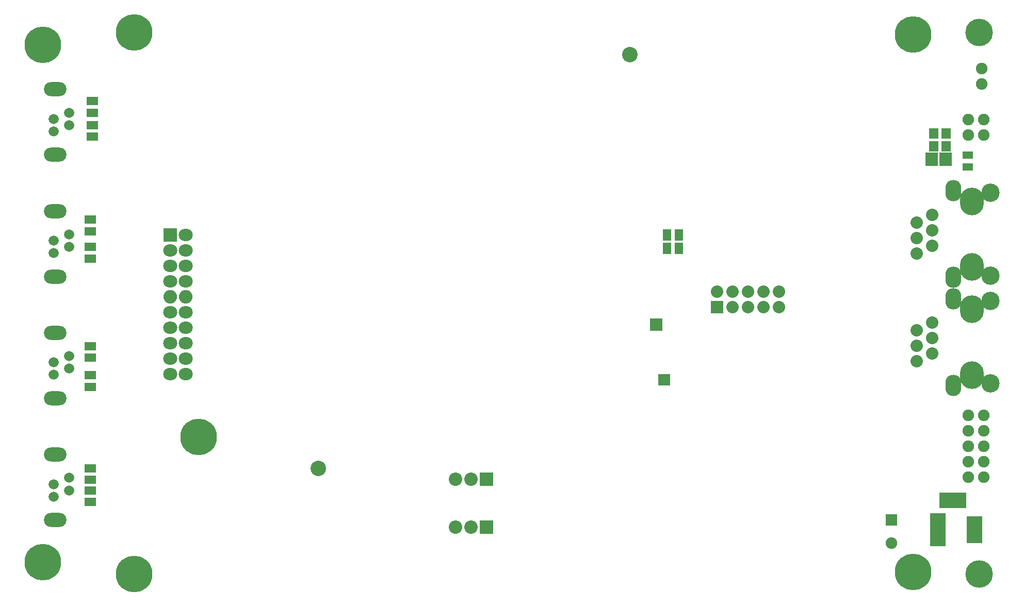
<source format=gbs>
G04 #@! TF.FileFunction,Soldermask,Bot*
%FSLAX46Y46*%
G04 Gerber Fmt 4.6, Leading zero omitted, Abs format (unit mm)*
G04 Created by KiCad (PCBNEW 4.0.4+e1-6308~48~ubuntu15.10.1-stable) date Fri Nov 17 08:43:39 2017*
%MOMM*%
%LPD*%
G01*
G04 APERTURE LIST*
%ADD10C,0.150000*%
%ADD11C,6.008000*%
%ADD12C,4.508000*%
%ADD13R,2.057400X2.308860*%
%ADD14R,1.397000X1.905000*%
%ADD15R,1.905000X1.905000*%
%ADD16C,1.905000*%
%ADD17R,1.208000X1.208000*%
%ADD18R,1.905000X1.397000*%
%ADD19C,1.668000*%
%ADD20O,3.708000X2.308000*%
%ADD21C,1.908000*%
%ADD22C,2.540000*%
%ADD23R,2.235200X2.235200*%
%ADD24O,2.308000X2.008000*%
%ADD25O,2.235200X2.235200*%
%ADD26R,2.032000X2.032000*%
%ADD27C,2.032000*%
%ADD28R,4.508500X2.506980*%
%ADD29R,2.506980X4.508500*%
%ADD30R,2.506980X5.509260*%
%ADD31R,1.508000X1.758000*%
%ADD32R,1.808000X1.208000*%
%ADD33R,2.208000X2.208000*%
%ADD34O,2.208000X2.208000*%
%ADD35O,2.608000X3.508000*%
%ADD36O,3.908000X4.543000*%
%ADD37C,3.008000*%
G04 APERTURE END LIST*
D10*
D11*
X208560900Y-51362000D03*
X80710000Y-51020000D03*
X80710000Y-140020000D03*
D12*
X219380000Y-140020000D03*
X219380000Y-51020000D03*
D11*
X65710000Y-138020000D03*
X65710000Y-53020000D03*
X208560900Y-139678000D03*
D13*
X213926020Y-71800000D03*
X211573980Y-71800000D03*
D14*
X168219500Y-86478600D03*
X170124500Y-86478600D03*
X168219500Y-84243400D03*
X170124500Y-84243400D03*
D15*
X205000000Y-131095000D03*
D16*
X205000000Y-134905000D03*
D17*
X167358580Y-107691440D03*
X168058580Y-107691440D03*
X168058580Y-108391440D03*
X167358580Y-108391440D03*
D18*
X73898000Y-64198500D03*
X73898000Y-62293500D03*
X73898000Y-66230500D03*
X73898000Y-68135500D03*
X73517000Y-83662900D03*
X73517000Y-81757900D03*
X73517000Y-86220300D03*
X73517000Y-88125300D03*
X73517000Y-104428100D03*
X73517000Y-102523100D03*
X73517000Y-107311700D03*
X73517000Y-109216700D03*
X73517000Y-124498100D03*
X73517000Y-122593100D03*
X73517000Y-126225300D03*
X73517000Y-128130300D03*
D19*
X70081200Y-106230000D03*
X70081200Y-104190000D03*
X67531200Y-105210000D03*
X67531200Y-107250000D03*
D20*
X67731200Y-111100000D03*
X67731200Y-100340000D03*
D21*
X220186200Y-67850000D03*
X217646200Y-67850000D03*
X220186200Y-65310000D03*
X217646200Y-65310000D03*
X219820000Y-56950000D03*
X219820000Y-59490000D03*
D22*
X162050000Y-54660000D03*
X110980000Y-122600000D03*
D11*
X91287600Y-117449600D03*
D19*
X70081200Y-126230000D03*
X70081200Y-124190000D03*
X67531200Y-125210000D03*
X67531200Y-127250000D03*
D20*
X67731200Y-131100000D03*
X67731200Y-120340000D03*
D19*
X70081200Y-86230000D03*
X70081200Y-84190000D03*
X67531200Y-85210000D03*
X67531200Y-87250000D03*
D20*
X67731200Y-91100000D03*
X67731200Y-80340000D03*
D19*
X70081200Y-66230000D03*
X70081200Y-64190000D03*
X67531200Y-65210000D03*
X67531200Y-67250000D03*
D20*
X67731200Y-71100000D03*
X67731200Y-60340000D03*
D23*
X86671200Y-84290000D03*
D24*
X89211200Y-84290000D03*
X86671200Y-86830000D03*
X89211200Y-86830000D03*
X86671200Y-89370000D03*
X89211200Y-89370000D03*
X86671200Y-91910000D03*
X89211200Y-91910000D03*
D25*
X86671200Y-94450000D03*
X89211200Y-94450000D03*
D24*
X86671200Y-96990000D03*
X89211200Y-96990000D03*
X86671200Y-99530000D03*
X89211200Y-99530000D03*
X86671200Y-102070000D03*
X89211200Y-102070000D03*
X86671200Y-104610000D03*
X89211200Y-104610000D03*
X86671200Y-107150000D03*
X89211200Y-107150000D03*
D26*
X176427600Y-96162000D03*
D27*
X176427600Y-93622000D03*
X178967600Y-96162000D03*
X178967600Y-93622000D03*
X181507600Y-96162000D03*
X181507600Y-93622000D03*
X184047600Y-96162000D03*
X184047600Y-93622000D03*
X186587600Y-96162000D03*
X186587600Y-93622000D03*
D28*
X215099260Y-127899400D03*
D29*
X218599380Y-132700000D03*
D30*
X212599900Y-132700000D03*
D26*
X166407600Y-99042000D03*
D21*
X220186200Y-124080000D03*
X217646200Y-124080000D03*
X220186200Y-121540000D03*
X217646200Y-121540000D03*
X220186200Y-119000000D03*
X217646200Y-119000000D03*
X220186200Y-116460000D03*
X217646200Y-116460000D03*
X220186200Y-113920000D03*
X217646200Y-113920000D03*
D31*
X211950000Y-67550000D03*
X213950000Y-67550000D03*
X211950000Y-69700000D03*
X213950000Y-69700000D03*
D32*
X217505280Y-73086000D03*
X217505280Y-71186000D03*
D33*
X138580000Y-124440000D03*
D34*
X136040000Y-124440000D03*
X133500000Y-124440000D03*
D33*
X138580000Y-132275000D03*
D34*
X136040000Y-132275000D03*
X133500000Y-132275000D03*
D35*
X215164480Y-91254500D03*
X215164480Y-77029500D03*
D27*
X209144140Y-84746520D03*
X209144140Y-82206520D03*
X209144140Y-87286520D03*
X211684140Y-80936520D03*
X211684140Y-83476520D03*
X211684140Y-86016520D03*
D36*
X218211940Y-89539500D03*
X218214480Y-78744500D03*
D37*
X221261940Y-77362000D03*
X221261940Y-90922000D03*
D35*
X215164480Y-109004500D03*
X215164480Y-94779500D03*
D27*
X209144140Y-102496520D03*
X209144140Y-99956520D03*
X209144140Y-105036520D03*
X211684140Y-98686520D03*
X211684140Y-101226520D03*
X211684140Y-103766520D03*
D36*
X218211940Y-107289500D03*
X218214480Y-96494500D03*
D37*
X221261940Y-95112000D03*
X221261940Y-108672000D03*
M02*

</source>
